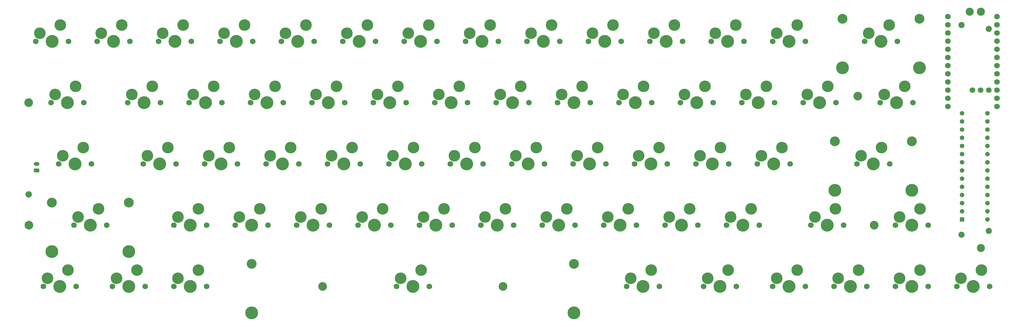
<source format=gbr>
%TF.GenerationSoftware,KiCad,Pcbnew,9.0.3*%
%TF.CreationDate,2025-07-28T21:16:55+07:00*%
%TF.ProjectId,DIY Bluetooth Mechanical Keyboard,44495920-426c-4756-9574-6f6f7468204d,rev?*%
%TF.SameCoordinates,Original*%
%TF.FileFunction,Soldermask,Top*%
%TF.FilePolarity,Negative*%
%FSLAX46Y46*%
G04 Gerber Fmt 4.6, Leading zero omitted, Abs format (unit mm)*
G04 Created by KiCad (PCBNEW 9.0.3) date 2025-07-28 21:16:55*
%MOMM*%
%LPD*%
G01*
G04 APERTURE LIST*
G04 Aperture macros list*
%AMRoundRect*
0 Rectangle with rounded corners*
0 $1 Rounding radius*
0 $2 $3 $4 $5 $6 $7 $8 $9 X,Y pos of 4 corners*
0 Add a 4 corners polygon primitive as box body*
4,1,4,$2,$3,$4,$5,$6,$7,$8,$9,$2,$3,0*
0 Add four circle primitives for the rounded corners*
1,1,$1+$1,$2,$3*
1,1,$1+$1,$4,$5*
1,1,$1+$1,$6,$7*
1,1,$1+$1,$8,$9*
0 Add four rect primitives between the rounded corners*
20,1,$1+$1,$2,$3,$4,$5,0*
20,1,$1+$1,$4,$5,$6,$7,0*
20,1,$1+$1,$6,$7,$8,$9,0*
20,1,$1+$1,$8,$9,$2,$3,0*%
G04 Aperture macros list end*
%ADD10C,1.750000*%
%ADD11C,4.000000*%
%ADD12C,3.600000*%
%ADD13C,3.048000*%
%ADD14C,3.987800*%
%ADD15C,1.900000*%
%ADD16C,2.500000*%
%ADD17C,2.700000*%
%ADD18RoundRect,0.102000X-0.615000X-0.615000X0.615000X-0.615000X0.615000X0.615000X-0.615000X0.615000X0*%
%ADD19C,1.434000*%
%ADD20C,2.000000*%
%ADD21C,1.752600*%
%ADD22RoundRect,0.250000X0.625000X-0.350000X0.625000X0.350000X-0.625000X0.350000X-0.625000X-0.350000X0*%
%ADD23O,1.750000X1.200000*%
G04 APERTURE END LIST*
D10*
%TO.C,SW13*%
X100380800Y-178409600D03*
D11*
X105460800Y-178409600D03*
D10*
X110540800Y-178409600D03*
D12*
X101650800Y-175869600D03*
X108000800Y-173329600D03*
%TD*%
D10*
%TO.C,SW38*%
X214680800Y-159359600D03*
D11*
X219760800Y-159359600D03*
D10*
X224840800Y-159359600D03*
D12*
X215950800Y-156819600D03*
X222300800Y-154279600D03*
%TD*%
D10*
%TO.C,SW19*%
X143243300Y-121259600D03*
D11*
X148323300Y-121259600D03*
D10*
X153403300Y-121259600D03*
D12*
X144513300Y-118719600D03*
X150863300Y-116179600D03*
%TD*%
D10*
%TO.C,SW49*%
X276593300Y-121259600D03*
D11*
X281673300Y-121259600D03*
D10*
X286753300Y-121259600D03*
D12*
X277863300Y-118719600D03*
X284213300Y-116179600D03*
%TD*%
D13*
%TO.C,SW65*%
X305454050Y-133324600D03*
D14*
X305454050Y-148534600D03*
D13*
X329330050Y-133324600D03*
D14*
X329330050Y-148534600D03*
%TD*%
D10*
%TO.C,SW36*%
X219443300Y-121259600D03*
D11*
X224523300Y-121259600D03*
D10*
X229603300Y-121259600D03*
D12*
X220713300Y-118719600D03*
X227063300Y-116179600D03*
%TD*%
D10*
%TO.C,SW58*%
X314693300Y-102209600D03*
D11*
X319773300Y-102209600D03*
D10*
X324853300Y-102209600D03*
D12*
X315963300Y-99669600D03*
X322313300Y-97129600D03*
%TD*%
D10*
%TO.C,SW40*%
X238493300Y-121259600D03*
D11*
X243573300Y-121259600D03*
D10*
X248653300Y-121259600D03*
D12*
X239763300Y-118719600D03*
X246113300Y-116179600D03*
%TD*%
D10*
%TO.C,SW10*%
X105143300Y-121259600D03*
D11*
X110223300Y-121259600D03*
D10*
X115303300Y-121259600D03*
D12*
X106413300Y-118719600D03*
X112763300Y-116179600D03*
%TD*%
D13*
%TO.C,SW66*%
X307835300Y-95224600D03*
D14*
X307835300Y-110434600D03*
D13*
X331711300Y-95224600D03*
D14*
X331711300Y-110434600D03*
%TD*%
D10*
%TO.C,SW2*%
X62280800Y-121259600D03*
D11*
X67360800Y-121259600D03*
D10*
X72440800Y-121259600D03*
D12*
X63550800Y-118719600D03*
X69900800Y-116179600D03*
%TD*%
D10*
%TO.C,SW27*%
X181343300Y-121259600D03*
D11*
X186423300Y-121259600D03*
D10*
X191503300Y-121259600D03*
D12*
X182613300Y-118719600D03*
X188963300Y-116179600D03*
%TD*%
D15*
%TO.C,RV1*%
X344729550Y-97153350D03*
X344729550Y-162353350D03*
X353229550Y-98353350D03*
X353229550Y-161153350D03*
D16*
X350729550Y-93003350D03*
X347229550Y-93003350D03*
X350729550Y-166503350D03*
%TD*%
D10*
%TO.C,SW21*%
X138480800Y-159359600D03*
D11*
X143560800Y-159359600D03*
D10*
X148640800Y-159359600D03*
D12*
X139750800Y-156819600D03*
X146100800Y-154279600D03*
%TD*%
D10*
%TO.C,SW60*%
X312312050Y-140309600D03*
D11*
X317392050Y-140309600D03*
D10*
X322472050Y-140309600D03*
D12*
X313582050Y-137769600D03*
X319932050Y-135229600D03*
%TD*%
D17*
%TO.C,H5*%
X317604550Y-159359600D03*
%TD*%
D10*
%TO.C,SW32*%
X186105800Y-140309600D03*
D11*
X191185800Y-140309600D03*
D10*
X196265800Y-140309600D03*
D12*
X187375800Y-137769600D03*
X193725800Y-135229600D03*
%TD*%
D10*
%TO.C,SW61*%
X305168300Y-178409600D03*
D11*
X310248300Y-178409600D03*
D10*
X315328300Y-178409600D03*
D12*
X306438300Y-175869600D03*
X312788300Y-173329600D03*
%TD*%
D10*
%TO.C,SW17*%
X119430800Y-159359600D03*
D11*
X124510800Y-159359600D03*
D10*
X129590800Y-159359600D03*
D12*
X120700800Y-156819600D03*
X127050800Y-154279600D03*
%TD*%
D10*
%TO.C,SW5*%
X59899550Y-178409600D03*
D11*
X64979550Y-178409600D03*
D10*
X70059550Y-178409600D03*
D12*
X61169550Y-175869600D03*
X67519550Y-173329600D03*
%TD*%
D10*
%TO.C,SW12*%
X100380800Y-159359600D03*
D11*
X105460800Y-159359600D03*
D10*
X110540800Y-159359600D03*
D12*
X101650800Y-156819600D03*
X108000800Y-154279600D03*
%TD*%
D10*
%TO.C,SW7*%
X86093300Y-121259600D03*
D11*
X91173300Y-121259600D03*
D10*
X96253300Y-121259600D03*
D12*
X87363300Y-118719600D03*
X93713300Y-116179600D03*
%TD*%
D10*
%TO.C,SW56*%
X298024550Y-159359600D03*
D11*
X303104550Y-159359600D03*
D10*
X308184550Y-159359600D03*
D12*
X299294550Y-156819600D03*
X305644550Y-154279600D03*
%TD*%
D10*
%TO.C,SW4*%
X69424550Y-159359600D03*
D11*
X74504550Y-159359600D03*
D10*
X79584550Y-159359600D03*
D12*
X70694550Y-156819600D03*
X77044550Y-154279600D03*
%TD*%
D10*
%TO.C,SW6*%
X76568300Y-102209600D03*
D11*
X81648300Y-102209600D03*
D10*
X86728300Y-102209600D03*
D12*
X77838300Y-99669600D03*
X84188300Y-97129600D03*
%TD*%
D10*
%TO.C,SW35*%
X209918300Y-102209600D03*
D11*
X214998300Y-102209600D03*
D10*
X220078300Y-102209600D03*
D12*
X211188300Y-99669600D03*
X217538300Y-97129600D03*
%TD*%
D10*
%TO.C,SW43*%
X248018300Y-102209600D03*
D11*
X253098300Y-102209600D03*
D10*
X258178300Y-102209600D03*
D12*
X249288300Y-99669600D03*
X255638300Y-97129600D03*
%TD*%
D10*
%TO.C,SW53*%
X286118300Y-102209600D03*
D11*
X291198300Y-102209600D03*
D10*
X296278300Y-102209600D03*
D12*
X287388300Y-99669600D03*
X293738300Y-97129600D03*
%TD*%
D10*
%TO.C,SW46*%
X252780800Y-159359600D03*
D11*
X257860800Y-159359600D03*
D10*
X262940800Y-159359600D03*
D12*
X254050800Y-156819600D03*
X260400800Y-154279600D03*
%TD*%
D10*
%TO.C,SW18*%
X133718300Y-102209600D03*
D11*
X138798300Y-102209600D03*
D10*
X143878300Y-102209600D03*
D12*
X134988300Y-99669600D03*
X141338300Y-97129600D03*
%TD*%
D17*
%TO.C,H4*%
X55360800Y-121259600D03*
%TD*%
D10*
%TO.C,SW47*%
X240874550Y-178409600D03*
D11*
X245954550Y-178409600D03*
D10*
X251034550Y-178409600D03*
D12*
X242144550Y-175869600D03*
X248494550Y-173329600D03*
%TD*%
D10*
%TO.C,SW14*%
X114668300Y-102209600D03*
D11*
X119748300Y-102209600D03*
D10*
X124828300Y-102209600D03*
D12*
X115938300Y-99669600D03*
X122288300Y-97129600D03*
%TD*%
D10*
%TO.C,SW23*%
X162293300Y-121259600D03*
D11*
X167373300Y-121259600D03*
D10*
X172453300Y-121259600D03*
D12*
X163563300Y-118719600D03*
X169913300Y-116179600D03*
%TD*%
D10*
%TO.C,SW24*%
X148005800Y-140309600D03*
D11*
X153085800Y-140309600D03*
D10*
X158165800Y-140309600D03*
D12*
X149275800Y-137769600D03*
X155625800Y-135229600D03*
%TD*%
D10*
%TO.C,SW22*%
X152768300Y-102209600D03*
D11*
X157848300Y-102209600D03*
D10*
X162928300Y-102209600D03*
D12*
X154038300Y-99669600D03*
X160388300Y-97129600D03*
%TD*%
D17*
%TO.C,H3*%
X55454550Y-159359600D03*
%TD*%
D10*
%TO.C,SW50*%
X262305800Y-140309600D03*
D11*
X267385800Y-140309600D03*
D10*
X272465800Y-140309600D03*
D12*
X263575800Y-137769600D03*
X269925800Y-135229600D03*
%TD*%
D10*
%TO.C,SW44*%
X257543300Y-121259600D03*
D11*
X262623300Y-121259600D03*
D10*
X267703300Y-121259600D03*
D12*
X258813300Y-118719600D03*
X265163300Y-116179600D03*
%TD*%
D10*
%TO.C,SW62*%
X324218300Y-159359600D03*
D11*
X329298300Y-159359600D03*
D10*
X334378300Y-159359600D03*
D12*
X325488300Y-156819600D03*
X331838300Y-154279600D03*
%TD*%
D10*
%TO.C,SW37*%
X205155800Y-140309600D03*
D11*
X210235800Y-140309600D03*
D10*
X215315800Y-140309600D03*
D12*
X206425800Y-137769600D03*
X212775800Y-135229600D03*
%TD*%
D10*
%TO.C,SW52*%
X264687050Y-178409600D03*
D11*
X269767050Y-178409600D03*
D10*
X274847050Y-178409600D03*
D12*
X265957050Y-175869600D03*
X272307050Y-173329600D03*
%TD*%
D10*
%TO.C,SW20*%
X128955800Y-140309600D03*
D11*
X134035800Y-140309600D03*
D10*
X139115800Y-140309600D03*
D12*
X130225800Y-137769600D03*
X136575800Y-135229600D03*
%TD*%
D10*
%TO.C,SW54*%
X295643300Y-121259600D03*
D11*
X300723300Y-121259600D03*
D10*
X305803300Y-121259600D03*
D12*
X296913300Y-118719600D03*
X303263300Y-116179600D03*
%TD*%
D10*
%TO.C,SW26*%
X171818300Y-102209600D03*
D11*
X176898300Y-102209600D03*
D10*
X181978300Y-102209600D03*
D12*
X173088300Y-99669600D03*
X179438300Y-97129600D03*
%TD*%
D10*
%TO.C,SW55*%
X281355800Y-140309600D03*
D11*
X286435800Y-140309600D03*
D10*
X291515800Y-140309600D03*
D12*
X282625800Y-137769600D03*
X288975800Y-135229600D03*
%TD*%
D13*
%TO.C,SW67*%
X62566550Y-152374600D03*
D14*
X62566550Y-167584600D03*
D13*
X86442550Y-152374600D03*
D14*
X86442550Y-167584600D03*
%TD*%
D13*
%TO.C,SW68*%
X124517050Y-171424600D03*
D14*
X124517050Y-186634600D03*
D13*
X224517050Y-171424600D03*
D14*
X224517050Y-186634600D03*
%TD*%
D10*
%TO.C,SW41*%
X224205800Y-140309600D03*
D11*
X229285800Y-140309600D03*
D10*
X234365800Y-140309600D03*
D12*
X225475800Y-137769600D03*
X231825800Y-135229600D03*
%TD*%
D10*
%TO.C,SW45*%
X243255800Y-140309600D03*
D11*
X248335800Y-140309600D03*
D10*
X253415800Y-140309600D03*
D12*
X244525800Y-137769600D03*
X250875800Y-135229600D03*
%TD*%
D10*
%TO.C,SW30*%
X190868300Y-102209600D03*
D11*
X195948300Y-102209600D03*
D10*
X201028300Y-102209600D03*
D12*
X192138300Y-99669600D03*
X198488300Y-97129600D03*
%TD*%
D10*
%TO.C,SW28*%
X167055800Y-140309600D03*
D11*
X172135800Y-140309600D03*
D10*
X177215800Y-140309600D03*
D12*
X168325800Y-137769600D03*
X174675800Y-135229600D03*
%TD*%
D17*
%TO.C,H2*%
X202517050Y-178409600D03*
%TD*%
D10*
%TO.C,SW15*%
X124193300Y-121259600D03*
D11*
X129273300Y-121259600D03*
D10*
X134353300Y-121259600D03*
D12*
X125463300Y-118719600D03*
X131813300Y-116179600D03*
%TD*%
D10*
%TO.C,SW64*%
X343268300Y-178409600D03*
D11*
X348348300Y-178409600D03*
D10*
X353428300Y-178409600D03*
D12*
X344538300Y-175869600D03*
X350888300Y-173329600D03*
%TD*%
D10*
%TO.C,SW31*%
X200393300Y-121259600D03*
D11*
X205473300Y-121259600D03*
D10*
X210553300Y-121259600D03*
D12*
X201663300Y-118719600D03*
X208013300Y-116179600D03*
%TD*%
D10*
%TO.C,SW16*%
X109905800Y-140309600D03*
D11*
X114985800Y-140309600D03*
D10*
X120065800Y-140309600D03*
D12*
X111175800Y-137769600D03*
X117525800Y-135229600D03*
%TD*%
D10*
%TO.C,SW3*%
X64662050Y-140309600D03*
D11*
X69742050Y-140309600D03*
D10*
X74822050Y-140309600D03*
D12*
X65932050Y-137769600D03*
X72282050Y-135229600D03*
%TD*%
D10*
%TO.C,SW33*%
X195630800Y-159359600D03*
D11*
X200710800Y-159359600D03*
D10*
X205790800Y-159359600D03*
D12*
X196900800Y-156819600D03*
X203250800Y-154279600D03*
%TD*%
D10*
%TO.C,SW59*%
X319455800Y-121259600D03*
D11*
X324535800Y-121259600D03*
D10*
X329615800Y-121259600D03*
D12*
X320725800Y-118719600D03*
X327075800Y-116179600D03*
%TD*%
D10*
%TO.C,SW63*%
X324218300Y-178409600D03*
D11*
X329298300Y-178409600D03*
D10*
X334378300Y-178409600D03*
D12*
X325488300Y-175869600D03*
X331838300Y-173329600D03*
%TD*%
D10*
%TO.C,SW34*%
X169437050Y-178409600D03*
D11*
X174517050Y-178409600D03*
D10*
X179597050Y-178409600D03*
D12*
X170707050Y-175869600D03*
X177057050Y-173329600D03*
%TD*%
D10*
%TO.C,SW11*%
X90855800Y-140309600D03*
D11*
X95935800Y-140309600D03*
D10*
X101015800Y-140309600D03*
D12*
X92125800Y-137769600D03*
X98475800Y-135229600D03*
%TD*%
D10*
%TO.C,SW9*%
X95618300Y-102209600D03*
D11*
X100698300Y-102209600D03*
D10*
X105778300Y-102209600D03*
D12*
X96888300Y-99669600D03*
X103238300Y-97129600D03*
%TD*%
D10*
%TO.C,SW42*%
X233730800Y-159359600D03*
D11*
X238810800Y-159359600D03*
D10*
X243890800Y-159359600D03*
D12*
X235000800Y-156819600D03*
X241350800Y-154279600D03*
%TD*%
D10*
%TO.C,SW51*%
X271830800Y-159359600D03*
D11*
X276910800Y-159359600D03*
D10*
X281990800Y-159359600D03*
D12*
X273100800Y-156819600D03*
X279450800Y-154279600D03*
%TD*%
D10*
%TO.C,SW8*%
X81330800Y-178409600D03*
D11*
X86410800Y-178409600D03*
D10*
X91490800Y-178409600D03*
D12*
X82600800Y-175869600D03*
X88950800Y-173329600D03*
%TD*%
D17*
%TO.C,H1*%
X146517050Y-178409600D03*
%TD*%
D10*
%TO.C,SW39*%
X228968300Y-102209600D03*
D11*
X234048300Y-102209600D03*
D10*
X239128300Y-102209600D03*
D12*
X230238300Y-99669600D03*
X236588300Y-97129600D03*
%TD*%
D10*
%TO.C,SW48*%
X267068300Y-102209600D03*
D11*
X272148300Y-102209600D03*
D10*
X277228300Y-102209600D03*
D12*
X268338300Y-99669600D03*
X274688300Y-97129600D03*
%TD*%
D10*
%TO.C,SW57*%
X286118300Y-178409600D03*
D11*
X291198300Y-178409600D03*
D10*
X296278300Y-178409600D03*
D12*
X287388300Y-175869600D03*
X293738300Y-173329600D03*
%TD*%
D10*
%TO.C,SW29*%
X176580800Y-159359600D03*
D11*
X181660800Y-159359600D03*
D10*
X186740800Y-159359600D03*
D12*
X177850800Y-156819600D03*
X184200800Y-154279600D03*
%TD*%
D10*
%TO.C,SW25*%
X157530800Y-159359600D03*
D11*
X162610800Y-159359600D03*
D10*
X167690800Y-159359600D03*
D12*
X158800800Y-156819600D03*
X165150800Y-154279600D03*
%TD*%
D17*
%TO.C,H6*%
X312535800Y-119259600D03*
%TD*%
D10*
%TO.C,SW1*%
X57518300Y-102209600D03*
D11*
X62598300Y-102209600D03*
D10*
X67678300Y-102209600D03*
D12*
X58788300Y-99669600D03*
X65138300Y-97129600D03*
%TD*%
D18*
%TO.C,U3*%
X344880000Y-157650000D03*
D19*
X344880000Y-155110000D03*
X344880000Y-152570000D03*
X344880000Y-150030000D03*
X344880000Y-147490000D03*
X344880000Y-144950000D03*
X344880000Y-142410000D03*
X344880000Y-139870000D03*
X344880000Y-137330000D03*
X344880000Y-134790000D03*
X344880000Y-132250000D03*
X344880000Y-129710000D03*
X344880000Y-127170000D03*
X344880000Y-124630000D03*
X352750000Y-124630000D03*
X352750000Y-127170000D03*
X352750000Y-129710000D03*
X352750000Y-132250000D03*
X352750000Y-134790000D03*
X352750000Y-137330000D03*
X352750000Y-139870000D03*
X352750000Y-142410000D03*
X352750000Y-144950000D03*
X352750000Y-147490000D03*
X352750000Y-150030000D03*
X352750000Y-152570000D03*
X352750000Y-155110000D03*
X352750000Y-157650000D03*
%TD*%
D20*
%TO.C,GND*%
X55350000Y-149850000D03*
%TD*%
D21*
%TO.C,U1*%
X355707050Y-94540850D03*
X355707050Y-97080850D03*
X355707050Y-99620850D03*
X355707050Y-102160850D03*
X355707050Y-104700850D03*
X355707050Y-107240850D03*
X355707050Y-109780850D03*
X355707050Y-112320850D03*
X355707050Y-114860850D03*
X355707050Y-117400850D03*
X355707050Y-119940850D03*
X355707050Y-122480850D03*
X340467050Y-122480850D03*
X340467050Y-119940850D03*
X340467050Y-117400850D03*
X340467050Y-114860850D03*
X340467050Y-112320850D03*
X340467050Y-109780850D03*
X340467050Y-107240850D03*
X340467050Y-104700850D03*
X340467050Y-102160850D03*
X340467050Y-99620850D03*
X340467050Y-97080850D03*
X340467050Y-94540850D03*
X353167050Y-117400850D03*
X350627050Y-117400850D03*
X348087050Y-117400850D03*
%TD*%
D22*
%TO.C,Battery*%
X57800000Y-142350000D03*
D23*
X57800000Y-140350000D03*
%TD*%
M02*

</source>
